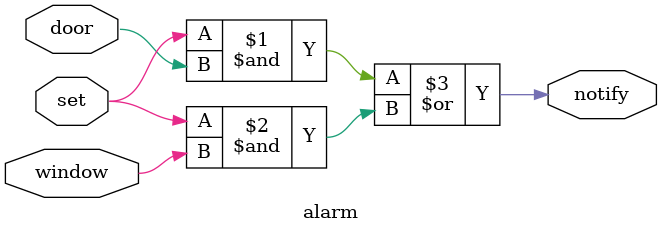
<source format=v>
/*
Behavioural Alarm system
Author: Muzzammil Mia
Date: 28/06/2020
*/

module alarm(set,door,window,notify);
  
  input set,door,window;
  output notify;

  assign notify =  set&door | set&window;
endmodule

</source>
